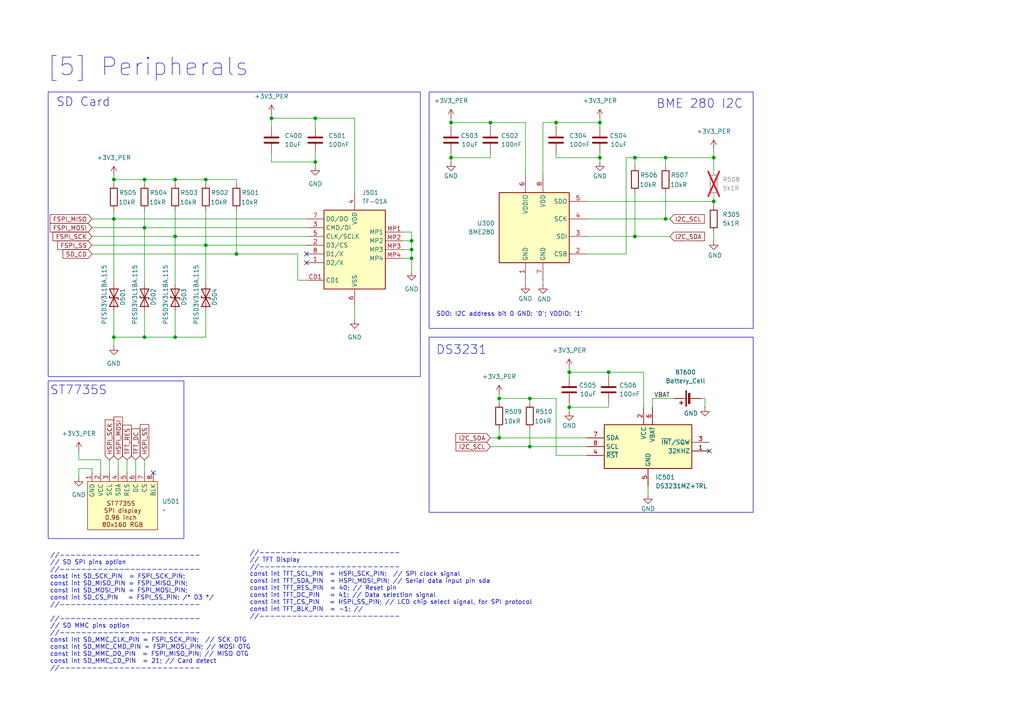
<source format=kicad_sch>
(kicad_sch (version 20250114) (generator "eeschema") (generator_version "9.0")
  (paper "A4")
  (lib_symbols
    (symbol "Device:Battery_Cell" (pin_numbers (hide yes)) (pin_names (offset 0) (hide yes))
      (property "Reference" "BT" (at 2.54 2.54 0))
      (property "Value" "Battery_Cell" (at 2.54 0 0))
      (symbol "Battery_Cell_0_1"
        (rectangle (start -2.286 1.778) (end 2.286 1.524) (fill (type outline)))
        (rectangle (start -1.524 1.016) (end 1.524 0.508) (fill (type outline)))
        (polyline (pts (xy 0 1.778) (xy 0 2.54)))
        (polyline (pts (xy 0 0.762) (xy 0 0)))
        (polyline (pts (xy 0.762 3.048) (xy 1.778 3.048)) (stroke (width 0.254)))
        (polyline (pts (xy 1.27 3.556) (xy 1.27 2.54)) (stroke (width 0.254)))
      )
      (symbol "Battery_Cell_1_1"
        (pin passive line (at 0 5.08 270) (length 2.54) (name "+") (number "1"))
        (pin passive line (at 0 -2.54 90) (length 2.54) (name "-") (number "2"))
      )
    )
    (symbol "Device:C" (pin_numbers (hide yes)) (pin_names (offset 0.254))
      (property "Reference" "C" (at 0.635 2.54 0))
      (property "Value" "C" (at 0.635 -2.54 0))
      (symbol "C_0_1"
        (polyline (pts (xy -2.032 0.762) (xy 2.032 0.762)) (stroke (width 0.508)))
        (polyline (pts (xy -2.032 -0.762) (xy 2.032 -0.762)) (stroke (width 0.508)))
      )
      (symbol "C_1_1"
        (pin passive line (at 0 3.81 270) (length 2.794) (name "~") (number "1"))
        (pin passive line (at 0 -3.81 90) (length 2.794) (name "~") (number "2"))
      )
    )
    (symbol "Device:D_TVS" (pin_numbers (hide yes)) (pin_names (offset 1.016) (hide yes))
      (property "Reference" "D" (at 0 2.54 0))
      (property "Value" "D_TVS" (at 0 -2.54 0))
      (symbol "D_TVS_0_1"
        (polyline (pts (xy -2.54 1.27) (xy -2.54 -1.27) (xy 2.54 1.27) (xy 2.54 -1.27) (xy -2.54 1.27)) (stroke (width 0.254)))
        (polyline (pts (xy 0.508 1.27) (xy 0 1.27) (xy 0 -1.27) (xy -0.508 -1.27)) (stroke (width 0.254)))
        (polyline (pts (xy 1.27 0) (xy -1.27 0)))
      )
      (symbol "D_TVS_1_1"
        (pin passive line (at -3.81 0 0) (length 2.54) (name "A1") (number "1"))
        (pin passive line (at 3.81 0 180) (length 2.54) (name "A2") (number "2"))
      )
    )
    (symbol "Device:R" (pin_numbers (hide yes)) (pin_names (offset 0))
      (property "Reference" "R" (at 2.032 0 90))
      (property "Value" "R" (at 0 0 90))
      (symbol "R_0_1"
        (rectangle (start -1.016 -2.54) (end 1.016 2.54) (stroke (width 0.254)))
      )
      (symbol "R_1_1"
        (pin passive line (at 0 3.81 270) (length 1.27) (name "~") (number "1"))
        (pin passive line (at 0 -3.81 90) (length 1.27) (name "~") (number "2"))
      )
    )
    (symbol "GND_1" (power) (pin_numbers (hide yes)) (pin_names (offset 0) (hide yes))
      (property "Value" "GND" (at 0 -3.81 0))
      (symbol "GND_1_0_1"
        (polyline (pts (xy 0 0) (xy 0 -1.27) (xy 1.27 -1.27) (xy 0 -2.54) (xy -1.27 -1.27) (xy 0 -1.27)))
      )
      (symbol "GND_1_1_1"
        (pin power_in line (at 0 0 270) (length 0) (name "~") (number "1"))
      )
    )
    (symbol "GND_2" (power) (pin_numbers (hide yes)) (pin_names (offset 0) (hide yes))
      (property "Value" "GND" (at 0 -3.81 0))
      (symbol "GND_2_0_1"
        (polyline (pts (xy 0 0) (xy 0 -1.27) (xy 1.27 -1.27) (xy 0 -2.54) (xy -1.27 -1.27) (xy 0 -1.27)))
      )
      (symbol "GND_2_1_1"
        (pin power_in line (at 0 0 270) (length 0) (name "~") (number "1"))
      )
    )
    (symbol "GND_3" (power) (pin_numbers (hide yes)) (pin_names (offset 0) (hide yes))
      (property "Value" "GND" (at 0 -3.81 0))
      (symbol "GND_3_0_1"
        (polyline (pts (xy 0 0) (xy 0 -1.27) (xy 1.27 -1.27) (xy 0 -2.54) (xy -1.27 -1.27) (xy 0 -1.27)))
      )
      (symbol "GND_3_1_1"
        (pin power_in line (at 0 0 270) (length 0) (name "~") (number "1"))
      )
    )
    (symbol "Sensor:BME280"
      (property "Reference" "U" (at -8.89 11.43 0))
      (property "Value" "BME280" (at 7.62 11.43 0))
      (symbol "BME280_0_1"
        (rectangle (start -10.16 10.16) (end 10.16 -10.16) (stroke (width 0.254)) (fill (type background)))
      )
      (symbol "BME280_1_1"
        (pin power_in line (at -2.54 15.24 270) (length 5.08) (name "VDDIO") (number "6"))
        (pin power_in line (at -2.54 -15.24 90) (length 5.08) (name "GND") (number "1"))
        (pin power_in line (at 2.54 15.24 270) (length 5.08) (name "VDD") (number "8"))
        (pin power_in line (at 2.54 -15.24 90) (length 5.08) (name "GND") (number "7"))
        (pin bidirectional line (at 15.24 7.62 180) (length 5.08) (name "SDO") (number "5"))
        (pin input line (at 15.24 2.54 180) (length 5.08) (name "SCK") (number "4"))
        (pin bidirectional line (at 15.24 -2.54 180) (length 5.08) (name "SDI") (number "3"))
        (pin input line (at 15.24 -7.62 180) (length 5.08) (name "CSB") (number "2"))
      )
    )
    (symbol "esp32_s3_weather_webserver:DS3231MZ+TRL"
      (property "Reference" "IC" (at 14.986 4.826 0))
      (property "Value" "DS3231MZ+TRL" (at 14.986 2.286 0))
      (symbol "DS3231MZ+TRL_1_1"
        (rectangle (start 0 0) (end 25.4 -12.7) (stroke (width 0.254)) (fill (type background)))
        (pin bidirectional line (at -5.08 -3.81 0) (length 5.08) (name "SDA") (number "7"))
        (pin input line (at -5.08 -6.35 0) (length 5.08) (name "SCL") (number "8"))
        (pin bidirectional line (at -5.08 -8.89 0) (length 5.08) (name "~{RST}") (number "4"))
        (pin power_in line (at 11.43 5.08 270) (length 5.08) (name "VCC") (number "2"))
        (pin power_in line (at 12.7 -17.78 90) (length 5.08) (name "GND") (number "5"))
        (pin power_in line (at 13.97 5.08 270) (length 5.08) (name "VBAT") (number "6"))
        (pin output line (at 30.48 -5.08 180) (length 5.08) (name "~{INT}/SQW") (number "3"))
        (pin output line (at 30.48 -7.62 180) (length 5.08) (name "32KHZ") (number "1"))
      )
    )
    (symbol "esp32_s3_weather_webserver:ST7735S"
      (property "Reference" "U" (at 21.336 1.016 0))
      (symbol "ST7735S_1_1"
        (rectangle (start 0 0) (end 20.32 -13.97) (fill (type background)))
        (text "ST7735S \nSPI display\n0.96 inch \n80x160 RGB" (at 10.16 -9.398 0) (effects (font (size 1.27 1.27))))
        (pin passive line (at 1.27 2.54 270) (length 2.54) (name "GND") (number "1"))
        (pin passive line (at 3.81 2.54 270) (length 2.54) (name "VCC") (number "2"))
        (pin input line (at 6.35 2.54 270) (length 2.54) (name "SCL") (number "3"))
        (pin input line (at 8.89 2.54 270) (length 2.54) (name "SDA") (number "4"))
        (pin input line (at 11.43 2.54 270) (length 2.54) (name "RES") (number "5"))
        (pin input line (at 13.97 2.54 270) (length 2.54) (name "DC") (number "6"))
        (pin input line (at 16.51 2.54 270) (length 2.54) (name "CS") (number "7"))
        (pin input line (at 19.05 2.54 270) (length 2.54) (name "BLK") (number "8"))
      )
    )
    (symbol "esp32_s3_weather_webserver:TF-01A"
      (property "Reference" "J" (at 11.684 5.334 0))
      (property "Value" "TF-01A" (at 11.684 2.794 0))
      (symbol "TF-01A_1_1"
        (rectangle (start 0 0) (end 17.78 -22.86) (stroke (width 0.254)) (fill (type background)))
        (pin passive line (at -5.08 -2.54 0) (length 5.08) (name "D0/DO") (number "7"))
        (pin passive line (at -5.08 -5.08 0) (length 5.08) (name "CMD/DI") (number "3"))
        (pin passive line (at -5.08 -7.62 0) (length 5.08) (name "CLK/SCLK") (number "5"))
        (pin passive line (at -5.08 -10.16 0) (length 5.08) (name "D3/CS") (number "2"))
        (pin passive line (at -5.08 -12.7 0) (length 5.08) (name "D1/X") (number "8"))
        (pin passive line (at -5.08 -15.24 0) (length 5.08) (name "D2/X") (number "1"))
        (pin passive line (at -5.08 -20.32 0) (length 5.08) (name "CD1") (number "CD1"))
        (pin passive line (at 8.89 5.08 270) (length 5.08) (name "VDD") (number "4"))
        (pin passive line (at 8.89 -27.94 90) (length 5.08) (name "VSS") (number "6"))
        (pin passive line (at 22.86 -6.35 180) (length 5.08) (name "MP1") (number "MP1"))
        (pin passive line (at 22.86 -8.89 180) (length 5.08) (name "MP2") (number "MP2"))
        (pin passive line (at 22.86 -11.43 180) (length 5.08) (name "MP3") (number "MP3"))
        (pin passive line (at 22.86 -13.97 180) (length 5.08) (name "MP4") (number "MP4"))
      )
    )
    (symbol "power:+3.3V" (power) (pin_numbers (hide yes)) (pin_names (offset 0) (hide yes))
      (property "Value" "+3.3V" (at 0 3.556 0))
      (symbol "+3.3V_0_1"
        (polyline (pts (xy -0.762 1.27) (xy 0 2.54)))
        (polyline (pts (xy 0 2.54) (xy 0.762 1.27)))
        (polyline (pts (xy 0 0) (xy 0 2.54)))
      )
      (symbol "+3.3V_1_1"
        (pin power_in line (at 0 0 90) (length 0) (name "~") (number "1"))
      )
    )
    (symbol "power:GND" (power) (pin_numbers (hide yes)) (pin_names (offset 0) (hide yes))
      (property "Value" "GND" (at 0 -3.81 0))
      (symbol "GND_0_1"
        (polyline (pts (xy 0 0) (xy 0 -1.27) (xy 1.27 -1.27) (xy 0 -2.54) (xy -1.27 -1.27) (xy 0 -1.27)))
      )
      (symbol "GND_1_1"
        (pin power_in line (at 0 0 270) (length 0) (name "~") (number "1"))
      )
    )
  )
  (rectangle (start 13.97 110.49) (end 53.34 156.21))
  (rectangle (start 13.97 26.67) (end 121.92 109.22))
  (rectangle (start 124.46 26.67) (end 218.44 95.25))
  (rectangle (start 124.46 97.79) (end 218.44 148.59))
  (text "DS3231" (at 133.858 101.6 0) (effects (font (size 2.54 2.54))))
  (text "SD Card" (at 16.256 29.718 0) (effects (font (size 2.54 2.54)) (justify left)))
  (text "[5] Peripherals" (at 42.926 19.558 0) (effects (font (size 5.08 5.08))))
  (text "//--------------------------\n// TFT Display\n//--------------------------\nconst int TFT_SCL_PIN  = HSPI_SCK_PIN;  // SPI clock signal\nconst int TFT_SDA_PIN  = HSPI_MOSI_PIN; // Serial data input pin sda\nconst int TFT_RES_PIN  = 40; // Reset pin\nconst int TFT_DC_PIN   = 41; // Data selection signal\nconst int TFT_CS_PIN   = HSPI_SS_PIN; // LCD chip select signal, for SPI protocol\nconst int TFT_BLK_PIN  = -1; //\n//--------------------------" (at 72.39 169.672 0) (effects (font (size 1.27 1.27)) (justify left)))
  (text "SDO: I2C address bit 0 GND: '0'; VDDIO: '1'" (at 147.828 91.186 0) (effects (font (size 1.27 1.27))))
  (text "//--------------------------\n// SD SPI pins option\n//--------------------------\nconst int SD_SCK_PIN  = FSPI_SCK_PIN;\nconst int SD_MISO_PIN = FSPI_MISO_PIN;\nconst int SD_MOSI_PIN = FSPI_MOSI_PIN;\nconst int SD_CS_PIN   = FSPI_SS_PIN; /* D3 */\n//--------------------------\n\n//--------------------------\n// SD MMC pins option\n//--------------------------\nconst int SD_MMC_CLK_PIN = FSPI_SCK_PIN;  // SCK OTG\nconst int SD_MMC_CMD_PIN = FSPI_MOSI_PIN; // MOSI OTG\nconst int SD_MMC_D0_PIN  = FSPI_MISO_PIN; // MISO OTG\nconst int SD_MMC_CD_PIN  = 21; // Card detect\n//--------------------------" (at 14.478 177.546 0) (effects (font (size 1.27 1.27)) (justify left)))
  (text "BME 280 I2C" (at 202.946 30.226 0) (effects (font (size 2.54 2.54))))
  (text "ST7735S" (at 14.478 113.284 0) (effects (font (size 2.54 2.54)) (justify left)))
  (junction (at 119.38 72.39))
  (junction (at 78.74 34.29))
  (junction (at 91.44 46.99))
  (junction (at 59.69 71.12))
  (junction (at 50.8 52.07))
  (junction (at 207.01 45.72))
  (junction (at 41.91 66.04))
  (junction (at 41.91 97.79))
  (junction (at 193.04 45.72))
  (junction (at 130.81 45.72))
  (junction (at 207.01 58.42))
  (junction (at 144.78 115.57))
  (junction (at 68.58 73.66))
  (junction (at 91.44 34.29))
  (junction (at 142.24 35.56))
  (junction (at 165.1 118.11))
  (junction (at 33.02 63.5))
  (junction (at 130.81 35.56))
  (junction (at 184.15 68.58))
  (junction (at 59.69 52.07))
  (junction (at 173.99 45.72))
  (junction (at 119.38 74.93))
  (junction (at 50.8 97.79))
  (junction (at 153.67 115.57))
  (junction (at 193.04 63.5))
  (junction (at 161.29 35.56))
  (junction (at 119.38 69.85))
  (junction (at 50.8 68.58))
  (junction (at 165.1 107.95))
  (junction (at 176.53 107.95))
  (junction (at 173.99 35.56))
  (junction (at 153.67 129.54))
  (junction (at 33.02 52.07))
  (junction (at 41.91 52.07))
  (junction (at 33.02 97.79))
  (junction (at 144.78 127))
  (junction (at 184.15 45.72))
  (no_connect (at 44.45 137.16))
  (no_connect (at 88.9 76.2))
  (no_connect (at 88.9 73.66))
  (no_connect (at 205.74 130.81))
  (wire (pts (xy 144.78 115.57) (xy 144.78 116.84)))
  (wire (pts (xy 26.67 137.16) (xy 26.67 135.89)))
  (wire (pts (xy 26.67 68.58) (xy 50.8 68.58)))
  (wire (pts (xy 119.38 67.31) (xy 119.38 69.85)))
  (wire (pts (xy 119.38 69.85) (xy 119.38 72.39)))
  (wire (pts (xy 161.29 132.08) (xy 161.29 115.57)))
  (wire (pts (xy 91.44 46.99) (xy 91.44 48.26)))
  (wire (pts (xy 181.61 45.72) (xy 184.15 45.72)))
  (wire (pts (xy 152.4 35.56) (xy 152.4 50.8)))
  (wire (pts (xy 33.02 97.79) (xy 33.02 100.33)))
  (wire (pts (xy 78.74 34.29) (xy 78.74 36.83)))
  (wire (pts (xy 41.91 66.04) (xy 41.91 82.55)))
  (wire (pts (xy 78.74 34.29) (xy 91.44 34.29)))
  (wire (pts (xy 161.29 35.56) (xy 157.48 35.56)))
  (wire (pts (xy 26.67 135.89) (xy 22.86 135.89)))
  (wire (pts (xy 165.1 116.84) (xy 165.1 118.11)))
  (wire (pts (xy 41.91 133.35) (xy 41.91 137.16)))
  (wire (pts (xy 33.02 52.07) (xy 33.02 53.34)))
  (wire (pts (xy 116.84 67.31) (xy 119.38 67.31)))
  (wire (pts (xy 119.38 74.93) (xy 119.38 78.74)))
  (wire (pts (xy 207.01 58.42) (xy 207.01 57.15)))
  (wire (pts (xy 22.86 130.81) (xy 22.86 133.35)))
  (wire (pts (xy 33.02 60.96) (xy 33.02 63.5)))
  (wire (pts (xy 204.47 115.57) (xy 203.2 115.57)))
  (wire (pts (xy 68.58 73.66) (xy 86.36 73.66)))
  (wire (pts (xy 86.36 81.28) (xy 86.36 73.66)))
  (wire (pts (xy 193.04 45.72) (xy 207.01 45.72)))
  (wire (pts (xy 142.24 129.54) (xy 153.67 129.54)))
  (wire (pts (xy 130.81 34.29) (xy 130.81 35.56)))
  (wire (pts (xy 78.74 46.99) (xy 91.44 46.99)))
  (wire (pts (xy 41.91 90.17) (xy 41.91 97.79)))
  (wire (pts (xy 41.91 97.79) (xy 33.02 97.79)))
  (wire (pts (xy 59.69 71.12) (xy 88.9 71.12)))
  (wire (pts (xy 26.67 63.5) (xy 33.02 63.5)))
  (wire (pts (xy 116.84 69.85) (xy 119.38 69.85)))
  (wire (pts (xy 59.69 90.17) (xy 59.69 97.79)))
  (wire (pts (xy 173.99 34.29) (xy 173.99 35.56)))
  (wire (pts (xy 193.04 45.72) (xy 193.04 48.26)))
  (wire (pts (xy 50.8 97.79) (xy 41.91 97.79)))
  (wire (pts (xy 161.29 115.57) (xy 153.67 115.57)))
  (wire (pts (xy 165.1 118.11) (xy 165.1 119.38)))
  (wire (pts (xy 50.8 90.17) (xy 50.8 97.79)))
  (wire (pts (xy 33.02 52.07) (xy 41.91 52.07)))
  (wire (pts (xy 161.29 35.56) (xy 161.29 36.83)))
  (wire (pts (xy 144.78 127) (xy 170.18 127)))
  (wire (pts (xy 50.8 68.58) (xy 88.9 68.58)))
  (wire (pts (xy 187.96 140.97) (xy 187.96 143.51)))
  (wire (pts (xy 173.99 44.45) (xy 173.99 45.72)))
  (wire (pts (xy 176.53 107.95) (xy 176.53 109.22)))
  (wire (pts (xy 170.18 58.42) (xy 207.01 58.42)))
  (wire (pts (xy 91.44 34.29) (xy 91.44 36.83)))
  (wire (pts (xy 207.01 58.42) (xy 207.01 59.69)))
  (wire (pts (xy 144.78 115.57) (xy 153.67 115.57)))
  (wire (pts (xy 59.69 52.07) (xy 59.69 53.34)))
  (wire (pts (xy 41.91 66.04) (xy 88.9 66.04)))
  (wire (pts (xy 193.04 63.5) (xy 194.31 63.5)))
  (wire (pts (xy 130.81 45.72) (xy 142.24 45.72)))
  (wire (pts (xy 157.48 35.56) (xy 157.48 50.8)))
  (wire (pts (xy 102.87 88.9) (xy 102.87 92.71)))
  (wire (pts (xy 50.8 52.07) (xy 50.8 53.34)))
  (wire (pts (xy 31.75 133.35) (xy 31.75 137.16)))
  (wire (pts (xy 189.23 115.57) (xy 189.23 118.11)))
  (wire (pts (xy 26.67 66.04) (xy 41.91 66.04)))
  (wire (pts (xy 33.02 63.5) (xy 88.9 63.5)))
  (wire (pts (xy 184.15 55.88) (xy 184.15 68.58)))
  (wire (pts (xy 207.01 43.18) (xy 207.01 45.72)))
  (wire (pts (xy 50.8 60.96) (xy 50.8 68.58)))
  (wire (pts (xy 173.99 45.72) (xy 161.29 45.72)))
  (wire (pts (xy 157.48 81.28) (xy 157.48 82.55)))
  (wire (pts (xy 176.53 118.11) (xy 176.53 116.84)))
  (wire (pts (xy 144.78 114.3) (xy 144.78 115.57)))
  (wire (pts (xy 184.15 68.58) (xy 194.31 68.58)))
  (wire (pts (xy 130.81 35.56) (xy 142.24 35.56)))
  (wire (pts (xy 153.67 124.46) (xy 153.67 129.54)))
  (wire (pts (xy 91.44 34.29) (xy 102.87 34.29)))
  (wire (pts (xy 36.83 133.35) (xy 36.83 137.16)))
  (wire (pts (xy 181.61 73.66) (xy 170.18 73.66)))
  (wire (pts (xy 170.18 132.08) (xy 161.29 132.08)))
  (wire (pts (xy 119.38 72.39) (xy 119.38 74.93)))
  (wire (pts (xy 173.99 35.56) (xy 173.99 36.83)))
  (wire (pts (xy 161.29 45.72) (xy 161.29 44.45)))
  (wire (pts (xy 26.67 73.66) (xy 68.58 73.66)))
  (wire (pts (xy 59.69 52.07) (xy 68.58 52.07)))
  (wire (pts (xy 153.67 116.84) (xy 153.67 115.57)))
  (wire (pts (xy 144.78 124.46) (xy 144.78 127)))
  (wire (pts (xy 102.87 34.29) (xy 102.87 55.88)))
  (wire (pts (xy 181.61 45.72) (xy 181.61 73.66)))
  (wire (pts (xy 165.1 118.11) (xy 176.53 118.11)))
  (wire (pts (xy 165.1 107.95) (xy 165.1 109.22)))
  (wire (pts (xy 68.58 52.07) (xy 68.58 53.34)))
  (wire (pts (xy 78.74 44.45) (xy 78.74 46.99)))
  (wire (pts (xy 207.01 67.31) (xy 207.01 69.85)))
  (wire (pts (xy 29.21 133.35) (xy 29.21 137.16)))
  (wire (pts (xy 68.58 60.96) (xy 68.58 73.66)))
  (wire (pts (xy 204.47 115.57) (xy 204.47 118.11)))
  (wire (pts (xy 176.53 107.95) (xy 186.69 107.95)))
  (wire (pts (xy 22.86 135.89) (xy 22.86 138.43)))
  (wire (pts (xy 153.67 129.54) (xy 170.18 129.54)))
  (wire (pts (xy 50.8 68.58) (xy 50.8 82.55)))
  (wire (pts (xy 161.29 35.56) (xy 173.99 35.56)))
  (wire (pts (xy 59.69 60.96) (xy 59.69 71.12)))
  (wire (pts (xy 22.86 133.35) (xy 29.21 133.35)))
  (wire (pts (xy 39.37 133.35) (xy 39.37 137.16)))
  (wire (pts (xy 41.91 52.07) (xy 41.91 53.34)))
  (wire (pts (xy 116.84 74.93) (xy 119.38 74.93)))
  (wire (pts (xy 41.91 52.07) (xy 50.8 52.07)))
  (wire (pts (xy 165.1 107.95) (xy 176.53 107.95)))
  (wire (pts (xy 86.36 81.28) (xy 88.9 81.28)))
  (wire (pts (xy 41.91 60.96) (xy 41.91 66.04)))
  (wire (pts (xy 26.67 71.12) (xy 59.69 71.12)))
  (wire (pts (xy 130.81 35.56) (xy 130.81 36.83)))
  (wire (pts (xy 184.15 45.72) (xy 193.04 45.72)))
  (wire (pts (xy 130.81 45.72) (xy 130.81 46.99)))
  (wire (pts (xy 207.01 45.72) (xy 207.01 49.53)))
  (wire (pts (xy 152.4 81.28) (xy 152.4 82.55)))
  (wire (pts (xy 34.29 133.35) (xy 34.29 137.16)))
  (wire (pts (xy 193.04 55.88) (xy 193.04 63.5)))
  (wire (pts (xy 33.02 90.17) (xy 33.02 97.79)))
  (wire (pts (xy 165.1 106.68) (xy 165.1 107.95)))
  (wire (pts (xy 170.18 63.5) (xy 193.04 63.5)))
  (wire (pts (xy 33.02 50.8) (xy 33.02 52.07)))
  (wire (pts (xy 50.8 52.07) (xy 59.69 52.07)))
  (wire (pts (xy 184.15 45.72) (xy 184.15 48.26)))
  (wire (pts (xy 142.24 45.72) (xy 142.24 44.45)))
  (wire (pts (xy 33.02 63.5) (xy 33.02 82.55)))
  (wire (pts (xy 130.81 44.45) (xy 130.81 45.72)))
  (wire (pts (xy 59.69 97.79) (xy 50.8 97.79)))
  (wire (pts (xy 170.18 68.58) (xy 184.15 68.58)))
  (wire (pts (xy 142.24 35.56) (xy 152.4 35.56)))
  (wire (pts (xy 116.84 72.39) (xy 119.38 72.39)))
  (wire (pts (xy 142.24 127) (xy 144.78 127)))
  (wire (pts (xy 186.69 107.95) (xy 186.69 118.11)))
  (wire (pts (xy 189.23 115.57) (xy 195.58 115.57)))
  (wire (pts (xy 91.44 46.99) (xy 91.44 44.45)))
  (wire (pts (xy 142.24 35.56) (xy 142.24 36.83)))
  (wire (pts (xy 59.69 71.12) (xy 59.69 82.55)))
  (wire (pts (xy 173.99 45.72) (xy 173.99 46.99)))
  (wire (pts (xy 78.74 33.02) (xy 78.74 34.29)))
  (label "VBAT" (at 194.31 115.57 180))
  (global_label "TFT_RES" (shape input) (at 36.83 133.35 90) (property "Intersheetrefs" "${INTERSHEET_REFS}" (effects (hide yes))))
  (global_label "SD_CD" (shape input) (at 26.67 73.66 180) (property "Intersheetrefs" "${INTERSHEET_REFS}" (effects (hide yes))))
  (global_label "I2C_SDA" (shape input) (at 194.31 68.58 0) (property "Intersheetrefs" "${INTERSHEET_REFS}" (effects (hide yes))))
  (global_label "HSPI_SS" (shape input) (at 41.91 133.35 90) (property "Intersheetrefs" "${INTERSHEET_REFS}" (effects (hide yes))))
  (global_label "FSPI_SS" (shape input) (at 26.67 71.12 180) (property "Intersheetrefs" "${INTERSHEET_REFS}" (effects (hide yes))))
  (global_label "FSPI_MISO" (shape input) (at 26.67 63.5 180) (property "Intersheetrefs" "${INTERSHEET_REFS}" (effects (hide yes))))
  (global_label "I2C_SDA" (shape input) (at 142.24 127 180) (property "Intersheetrefs" "${INTERSHEET_REFS}" (effects (hide yes))))
  (global_label "HSPI_SCK" (shape input) (at 31.75 133.35 90) (property "Intersheetrefs" "${INTERSHEET_REFS}" (effects (hide yes))))
  (global_label "HSPI_MOSI" (shape input) (at 34.29 133.35 90) (property "Intersheetrefs" "${INTERSHEET_REFS}" (effects (hide yes))))
  (global_label "FSPI_MOSI" (shape input) (at 26.67 66.04 180) (property "Intersheetrefs" "${INTERSHEET_REFS}" (effects (hide yes))))
  (global_label "I2C_SCL" (shape input) (at 142.24 129.54 180) (property "Intersheetrefs" "${INTERSHEET_REFS}" (effects (hide yes))))
  (global_label "TFT_DC" (shape input) (at 39.37 133.35 90) (property "Intersheetrefs" "${INTERSHEET_REFS}" (effects (hide yes))))
  (global_label "FSPI_SCK" (shape input) (at 26.67 68.58 180) (property "Intersheetrefs" "${INTERSHEET_REFS}" (effects (hide yes))))
  (global_label "I2C_SCL" (shape input) (at 194.31 63.5 0) (property "Intersheetrefs" "${INTERSHEET_REFS}" (effects (hide yes))))
  (symbol (lib_name "GND_1") (lib_id "power:GND") (at 91.44 48.26 0) (unit 1)
    (property "Reference" "#PWR037" (effects (hide yes)))
    (property "Value" "GND" (at 91.44 53.34 0))
    (property "Description" "Power symbol creates a global label with name \"GND\" , ground" (effects (hide yes)))
  )
  (symbol (lib_id "Device:C") (at 142.24 40.64 0) (unit 1)
    (property "Reference" "C502" (at 145.288 39.37 0) (effects (justify left)))
    (property "Value" "100nF" (at 145.288 41.91 0) (effects (justify left)))
    (property "Footprint" "Capacitor_SMD:C_0603_1608Metric" (effects (hide yes)))
    (property "Description" "Unpolarized capacitor" (effects (hide yes)))
    (property "Manufacturer" "Samsung Electro-Mechanics" (effects (hide yes)))
    (property "Manufacturer Product Number" "CL21A106KOQNNNE" (effects (hide yes)))
    (property "Manufacturer Part Number" "CL10B104KB8NNNC" (effects (hide yes)))
  )
  (symbol (lib_id "power:GND") (at 33.02 100.33 0) (unit 1)
    (property "Reference" "#PWR0504" (effects (hide yes)))
    (property "Value" "GND" (at 33.02 105.41 0))
    (property "Description" "Power symbol creates a global label with name \"GND\" , ground" (effects (hide yes)))
  )
  (symbol (lib_id "Device:R") (at 68.58 57.15 180) (unit 1)
    (property "Reference" "R501" (at 72.644 55.88 0))
    (property "Value" "10kR" (at 72.39 58.674 0))
    (property "Footprint" "Resistor_SMD:R_0805_2012Metric" (effects (hide yes)))
    (property "Description" "Resistor" (effects (hide yes)))
    (property "Manufacturer" "UNI-ROYAL(Uniroyal Elec)" (effects (hide yes)))
    (property "Manufacturer Part Number" "0805W8F1002T5E" (effects (hide yes)))
  )
  (symbol (lib_id "esp32_s3_weather_webserver:TF-01A") (at 93.98 60.96 0) (unit 1)
    (property "Reference" "J501" (at 105.0133 55.88 0) (effects (justify left)))
    (property "Value" "TF-01A" (at 105.0133 58.42 0) (effects (justify left)))
    (property "Footprint" "esp32_s3_weather_webserver:TF01A" (effects (hide yes)))
    (property "Datasheet" "https://datasheet.lcsc.com/szlcsc/1903221101_Korean-Hroparts-Elec-TF-01A_C91145.pdf" (effects (hide yes)))
    (property "Description" "Connector - Card Sockets 8 1.1mm SMD RoHS" (effects (hide yes)))
    (property "Height" "1.85" (effects (hide yes)))
    (property "Manufacturer_Name" "Korean Hroparts Elec" (effects (hide yes)))
    (property "Manufacturer_Part_Number" "TF-01A" (effects (hide yes)))
  )
  (symbol (lib_id "power:+3.3V") (at 165.1 106.68 0) (unit 1)
    (property "Reference" "#PWR0516" (effects (hide yes)))
    (property "Value" "+3V3_PER" (at 165.1 101.6 0))
    (property "Description" "Power symbol creates a global label with name \"+3.3V\"" (effects (hide yes)))
  )
  (symbol (lib_id "power:+3.3V") (at 78.74 33.02 0) (unit 1)
    (property "Reference" "#PWR0501" (effects (hide yes)))
    (property "Value" "+3V3_PER" (at 78.74 27.94 0))
    (property "Description" "Power symbol creates a global label with name \"+3.3V\"" (effects (hide yes)))
  )
  (symbol (lib_id "Device:R") (at 207.01 53.34 0) (unit 1) (dnp yes)
    (property "Reference" "R508" (at 209.55 52.0699 0) (effects (justify left)))
    (property "Value" "5k1R" (at 209.55 54.6099 0) (effects (justify left)))
    (property "Footprint" "Resistor_SMD:R_0805_2012Metric" (effects (hide yes)))
    (property "Description" "Resistor" (effects (hide yes)))
    (property "Manufacturer" "UNI-ROYAL(Uniroyal Elec) " (effects (hide yes)))
    (property "Manufacturer Product Number" "0805W8F1002T5E" (effects (hide yes)))
    (property "Manufacturer Part Number" "0805W8F5101T5E" (effects (hide yes)))
  )
  (symbol (lib_id "power:GND") (at 187.96 143.51 0) (unit 1)
    (property "Reference" "#PWR0515" (effects (hide yes)))
    (property "Value" "GND" (at 187.96 147.574 0))
    (property "Description" "Power symbol creates a global label with name \"GND\" , ground" (effects (hide yes)))
  )
  (symbol (lib_id "Device:C") (at 176.53 113.03 0) (unit 1)
    (property "Reference" "C506" (at 179.578 111.76 0) (effects (justify left)))
    (property "Value" "100nF" (at 179.578 114.3 0) (effects (justify left)))
    (property "Footprint" "Capacitor_SMD:C_0603_1608Metric" (effects (hide yes)))
    (property "Description" "Unpolarized capacitor" (effects (hide yes)))
    (property "Manufacturer" "Samsung Electro-Mechanics" (effects (hide yes)))
    (property "Manufacturer Product Number" "CL21A106KOQNNNE" (effects (hide yes)))
    (property "Manufacturer Part Number" "CL10B104KB8NNNC" (effects (hide yes)))
  )
  (symbol (lib_id "Device:R") (at 184.15 52.07 180) (unit 1)
    (property "Reference" "R506" (at 188.214 50.8 0))
    (property "Value" "10kR" (at 187.96 53.594 0))
    (property "Footprint" "Resistor_SMD:R_0805_2012Metric" (effects (hide yes)))
    (property "Description" "Resistor" (effects (hide yes)))
    (property "Manufacturer" "UNI-ROYAL(Uniroyal Elec)" (effects (hide yes)))
    (property "Manufacturer Part Number" "0805W8F1002T5E" (effects (hide yes)))
  )
  (symbol (lib_id "power:GND") (at 207.01 69.85 0) (unit 1)
    (property "Reference" "#PWR0510" (effects (hide yes)))
    (property "Value" "GND" (at 207.3646 74.0735 0))
    (property "Description" "Power symbol creates a global label with name \"GND\" , ground" (effects (hide yes)))
  )
  (symbol (lib_id "Device:D_TVS") (at 33.02 86.36 270) (unit 1)
    (property "Reference" "D501" (at 35.56 83.566 0) (effects (justify left)))
    (property "Value" "PESD3V3L1BA,115" (at 30.226 76.708 0) (effects (justify left)))
    (property "Footprint" "Diode_SMD:D_SOD-323" (effects (hide yes)))
    (property "Manufacturer" "Nexperia" (effects (hide yes)))
    (property "Manufacturer Part Number" "PESD3V3L1BA,115" (effects (hide yes)))
  )
  (symbol (lib_id "power:+3.3V") (at 144.78 114.3 0) (unit 1)
    (property "Reference" "#PWR0518" (effects (hide yes)))
    (property "Value" "+3V3_PER" (at 144.78 109.22 0))
    (property "Description" "Power symbol creates a global label with name \"+3.3V\"" (effects (hide yes)))
  )
  (symbol (lib_id "Device:R") (at 144.78 120.65 180) (unit 1)
    (property "Reference" "R509" (at 148.844 119.38 0))
    (property "Value" "10kR" (at 148.59 122.174 0))
    (property "Footprint" "Resistor_SMD:R_0805_2012Metric" (effects (hide yes)))
    (property "Description" "Resistor" (effects (hide yes)))
    (property "Manufacturer" "UNI-ROYAL(Uniroyal Elec)" (effects (hide yes)))
    (property "Manufacturer Part Number" "0805W8F1002T5E" (effects (hide yes)))
  )
  (symbol (lib_name "GND_3") (lib_id "power:GND") (at 102.87 92.71 0) (unit 1)
    (property "Reference" "#PWR0503" (effects (hide yes)))
    (property "Value" "GND" (at 102.87 97.79 0))
    (property "Description" "Power symbol creates a global label with name \"GND\" , ground" (effects (hide yes)))
  )
  (symbol (lib_id "power:+3.3V") (at 33.02 50.8 0) (unit 1)
    (property "Reference" "#PWR0505" (effects (hide yes)))
    (property "Value" "+3V3_PER" (at 33.02 45.72 0))
    (property "Description" "Power symbol creates a global label with name \"+3.3V\"" (effects (hide yes)))
  )
  (symbol (lib_id "Device:R") (at 59.69 57.15 180) (unit 1)
    (property "Reference" "R502" (at 63.754 55.88 0))
    (property "Value" "10kR" (at 63.5 58.674 0))
    (property "Footprint" "Resistor_SMD:R_0805_2012Metric" (effects (hide yes)))
    (property "Description" "Resistor" (effects (hide yes)))
    (property "Manufacturer" "UNI-ROYAL(Uniroyal Elec)" (effects (hide yes)))
    (property "Manufacturer Part Number" "0805W8F1002T5E" (effects (hide yes)))
  )
  (symbol (lib_id "power:GND") (at 173.99 46.99 0) (unit 1)
    (property "Reference" "#PWR043" (effects (hide yes)))
    (property "Value" "GND" (at 173.99 51.054 0))
    (property "Description" "Power symbol creates a global label with name \"GND\" , ground" (effects (hide yes)))
  )
  (symbol (lib_id "power:+3.3V") (at 130.81 34.29 0) (unit 1)
    (property "Reference" "#PWR0513" (effects (hide yes)))
    (property "Value" "+3V3_PER" (at 130.81 29.21 0))
    (property "Description" "Power symbol creates a global label with name \"+3.3V\"" (effects (hide yes)))
  )
  (symbol (lib_id "Device:C") (at 130.81 40.64 0) (unit 1)
    (property "Reference" "C503" (at 133.604 39.37 0) (effects (justify left)))
    (property "Value" "10uF" (at 133.858 41.91 0) (effects (justify left)))
    (property "Footprint" "Capacitor_SMD:C_0603_1608Metric" (effects (hide yes)))
    (property "Description" "Unpolarized capacitor" (effects (hide yes)))
    (property "Manufacturer" "Samsung Electro-Mechanics" (effects (hide yes)))
    (property "Manufacturer Part Number" "CL10A106KP8NNNC" (effects (hide yes)))
  )
  (symbol (lib_id "Device:R") (at 50.8 57.15 180) (unit 1)
    (property "Reference" "R503" (at 54.864 55.88 0))
    (property "Value" "10kR" (at 54.61 58.674 0))
    (property "Footprint" "Resistor_SMD:R_0805_2012Metric" (effects (hide yes)))
    (property "Description" "Resistor" (effects (hide yes)))
    (property "Manufacturer" "UNI-ROYAL(Uniroyal Elec)" (effects (hide yes)))
    (property "Manufacturer Part Number" "0805W8F1002T5E" (effects (hide yes)))
  )
  (symbol (lib_name "GND_1") (lib_id "power:GND") (at 22.86 138.43 0) (unit 1)
    (property "Reference" "#PWR0506" (effects (hide yes)))
    (property "Value" "GND" (at 22.86 143.51 0))
    (property "Description" "Power symbol creates a global label with name \"GND\" , ground" (effects (hide yes)))
  )
  (symbol (lib_id "Device:R") (at 33.02 57.15 180) (unit 1)
    (property "Reference" "R505" (at 37.084 55.88 0))
    (property "Value" "10kR" (at 36.83 58.674 0))
    (property "Footprint" "Resistor_SMD:R_0805_2012Metric" (effects (hide yes)))
    (property "Description" "Resistor" (effects (hide yes)))
    (property "Manufacturer" "UNI-ROYAL(Uniroyal Elec)" (effects (hide yes)))
    (property "Manufacturer Part Number" "0805W8F1002T5E" (effects (hide yes)))
  )
  (symbol (lib_id "Device:Battery_Cell") (at 200.66 115.57 90) (mirror x) (unit 1)
    (property "Reference" "BT600" (at 198.8185 107.95 90))
    (property "Value" "Battery_Cell" (at 198.8185 110.49 90))
    (property "Footprint" "esp32_s3_weather_webserver:CR12202" (effects (hide yes)))
    (property "Description" "Single-cell battery" (effects (hide yes)))
    (property "Manufacturer" "Q&J" (effects (hide yes)))
    (property "Manufacturer Part Number" "CR1220-2" (effects (hide yes)))
  )
  (symbol (lib_id "power:GND") (at 204.47 118.11 0) (mirror y) (unit 1)
    (property "Reference" "#PWR040" (effects (hide yes)))
    (property "Value" "GND" (at 200.406 119.888 0))
    (property "Description" "Power symbol creates a global label with name \"GND\" , ground" (effects (hide yes)))
  )
  (symbol (lib_id "power:GND") (at 152.4 82.55 0) (unit 1)
    (property "Reference" "#PWR0511" (effects (hide yes)))
    (property "Value" "GND" (at 152.4 86.614 0))
    (property "Description" "Power symbol creates a global label with name \"GND\" , ground" (effects (hide yes)))
  )
  (symbol (lib_id "power:GND") (at 157.48 82.55 0) (unit 1)
    (property "Reference" "#PWR0512" (effects (hide yes)))
    (property "Value" "GND" (at 157.8346 86.7735 0))
    (property "Description" "Power symbol creates a global label with name \"GND\" , ground" (effects (hide yes)))
  )
  (symbol (lib_id "esp32_s3_weather_webserver:ST7735S") (at 25.4 139.7 0) (unit 1)
    (property "Reference" "U501" (at 46.99 145.4149 0) (effects (justify left)))
    (property "Value" "~" (at 46.99 147.9549 0) (effects (justify left)))
  )
  (symbol (lib_name "GND_2") (lib_id "power:GND") (at 119.38 78.74 0) (unit 1)
    (property "Reference" "#PWR0502" (effects (hide yes)))
    (property "Value" "GND" (at 119.38 83.82 0))
    (property "Description" "Power symbol creates a global label with name \"GND\" , ground" (effects (hide yes)))
  )
  (symbol (lib_id "Device:D_TVS") (at 50.8 86.36 270) (unit 1)
    (property "Reference" "D503" (at 53.34 83.566 0) (effects (justify left)))
    (property "Value" "PESD3V3L1BA,115" (at 48.006 76.708 0) (effects (justify left)))
    (property "Footprint" "Diode_SMD:D_SOD-323" (effects (hide yes)))
    (property "Manufacturer" "Nexperia" (effects (hide yes)))
    (property "Manufacturer Part Number" "PESD3V3L1BA,115" (effects (hide yes)))
  )
  (symbol (lib_id "power:+3.3V") (at 22.86 130.81 0) (unit 1)
    (property "Reference" "#PWR0507" (effects (hide yes)))
    (property "Value" "+3V3_PER" (at 22.86 125.73 0))
    (property "Description" "Power symbol creates a global label with name \"+3.3V\"" (effects (hide yes)))
  )
  (symbol (lib_id "Device:C") (at 165.1 113.03 0) (unit 1)
    (property "Reference" "C505" (at 167.894 111.76 0) (effects (justify left)))
    (property "Value" "10uF" (at 168.148 114.3 0) (effects (justify left)))
    (property "Footprint" "Capacitor_SMD:C_0603_1608Metric" (effects (hide yes)))
    (property "Description" "Unpolarized capacitor" (effects (hide yes)))
    (property "Manufacturer" "Samsung Electro-Mechanics" (effects (hide yes)))
    (property "Manufacturer Part Number" "CL10A106KP8NNNC" (effects (hide yes)))
  )
  (symbol (lib_id "power:+3.3V") (at 173.99 34.29 0) (unit 1)
    (property "Reference" "#PWR0508" (effects (hide yes)))
    (property "Value" "+3V3_PER" (at 173.99 29.21 0))
    (property "Description" "Power symbol creates a global label with name \"+3.3V\"" (effects (hide yes)))
  )
  (symbol (lib_id "Device:D_TVS") (at 59.69 86.36 270) (unit 1)
    (property "Reference" "D504" (at 62.23 83.566 0) (effects (justify left)))
    (property "Value" "PESD3V3L1BA,115" (at 56.896 76.708 0) (effects (justify left)))
    (property "Footprint" "Diode_SMD:D_SOD-323" (effects (hide yes)))
    (property "Manufacturer" "Nexperia" (effects (hide yes)))
    (property "Manufacturer Part Number" "PESD3V3L1BA,115" (effects (hide yes)))
  )
  (symbol (lib_id "power:GND") (at 130.81 46.99 0) (unit 1)
    (property "Reference" "#PWR0509" (effects (hide yes)))
    (property "Value" "GND" (at 130.81 51.054 0))
    (property "Description" "Power symbol creates a global label with name \"GND\" , ground" (effects (hide yes)))
  )
  (symbol (lib_id "Device:R") (at 153.67 120.65 180) (unit 1)
    (property "Reference" "R510" (at 157.734 119.38 0))
    (property "Value" "10kR" (at 157.48 122.174 0))
    (property "Footprint" "Resistor_SMD:R_0805_2012Metric" (effects (hide yes)))
    (property "Description" "Resistor" (effects (hide yes)))
    (property "Manufacturer" "UNI-ROYAL(Uniroyal Elec)" (effects (hide yes)))
    (property "Manufacturer Part Number" "0805W8F1002T5E" (effects (hide yes)))
  )
  (symbol (lib_id "Device:R") (at 207.01 63.5 0) (unit 1)
    (property "Reference" "R305" (at 209.55 62.2299 0) (effects (justify left)))
    (property "Value" "5k1R" (at 209.55 64.7699 0) (effects (justify left)))
    (property "Footprint" "Resistor_SMD:R_0805_2012Metric" (effects (hide yes)))
    (property "Description" "Resistor" (effects (hide yes)))
    (property "Manufacturer" "UNI-ROYAL(Uniroyal Elec) " (effects (hide yes)))
    (property "Manufacturer Product Number" "0805W8F1002T5E" (effects (hide yes)))
    (property "Manufacturer Part Number" "0805W8F5101T5E" (effects (hide yes)))
  )
  (symbol (lib_id "esp32_s3_weather_webserver:DS3231MZ+TRL") (at 175.26 123.19 0) (unit 1)
    (property "Reference" "IC501" (at 190.1033 138.43 0) (effects (justify left)))
    (property "Value" "DS3231MZ+TRL" (at 190.1033 140.97 0) (effects (justify left)))
    (property "Footprint" "esp32_s3_weather_webserver:SOIC127P600X175-8N" (effects (hide yes)))
    (property "Datasheet" "https://datasheet.lcsc.com/szlcsc/Maxim-Integrated-DS3231MZ_C107410.pdf" (effects (hide yes)))
    (property "Description" "Real-time Clocks Clock/Calendar I2C, 2-Wire Serial 130uA ~ 200uA @ 3.63V ~ 5.5V SOIC-8_150mil RoHS" (effects (hide yes)))
    (property "Height" "1.75" (effects (hide yes)))
    (property "Manufacturer_Name" "Analog Devices" (effects (hide yes)))
    (property "Manufacturer_Part_Number" "DS3231MZ+TRL" (effects (hide yes)))
    (property "Mouser Part Number" "700-DS3231MZ+TRL" (effects (hide yes)))
    (property "Mouser Price/Stock" "https://www.mouser.co.uk/ProductDetail/Analog-Devices-Maxim-Integrated/DS3231MZ%2bTRL?qs=4Rc5iGDDRGgh%2Fh2%252BvSsz9A%3D%3D" (effects (hide yes)))
    (property "Arrow Part Number" "DS3231MZ+TRL" (effects (hide yes)))
    (property "Arrow Price/Stock" "https://www.arrow.com/en/products/ds3231mztrl/analog-devices?utm_currency=USD&region=asia" (effects (hide yes)))
  )
  (symbol (lib_id "Sensor:BME280") (at 154.94 66.04 0) (unit 1)
    (property "Reference" "U300" (at 143.51 64.7699 0) (effects (justify right)))
    (property "Value" "BME280" (at 143.51 67.3099 0) (effects (justify right)))
    (property "Footprint" "Package_LGA:Bosch_LGA-8_2.5x2.5mm_P0.65mm_ClockwisePinNumbering" (effects (hide yes)))
    (property "Datasheet" "https://www.bosch-sensortec.com/media/boschsensortec/downloads/datasheets/bst-bme280-ds002.pdf" (effects (hide yes)))
    (property "Description" "3-in-1 sensor, humidity, pressure, temperature, I2C and SPI interface, 1.71-3.6V, LGA-8" (effects (hide yes)))
    (property "Manufacturer" "Bosch Sensortec" (effects (hide yes)))
    (property "Manufacturer Part Number" "BME280" (effects (hide yes)))
  )
  (symbol (lib_id "Device:D_TVS") (at 41.91 86.36 270) (unit 1)
    (property "Reference" "D502" (at 44.45 83.566 0) (effects (justify left)))
    (property "Value" "PESD3V3L1BA,115" (at 39.116 76.708 0) (effects (justify left)))
    (property "Footprint" "Diode_SMD:D_SOD-323" (effects (hide yes)))
    (property "Manufacturer" "Nexperia" (effects (hide yes)))
    (property "Manufacturer Part Number" "PESD3V3L1BA,115" (effects (hide yes)))
  )
  (symbol (lib_id "power:GND") (at 165.1 119.38 0) (unit 1)
    (property "Reference" "#PWR0517" (effects (hide yes)))
    (property "Value" "GND" (at 165.1 123.444 0))
    (property "Description" "Power symbol creates a global label with name \"GND\" , ground" (effects (hide yes)))
  )
  (symbol (lib_id "Device:C") (at 161.29 40.64 0) (unit 1)
    (property "Reference" "C304" (at 165.1 39.3699 0) (effects (justify left)))
    (property "Value" "100nF" (at 165.1 41.9099 0) (effects (justify left)))
    (property "Footprint" "Capacitor_SMD:C_0603_1608Metric" (effects (hide yes)))
    (property "Description" "Unpolarized capacitor" (effects (hide yes)))
    (property "Manufacturer" "Samsung Electro-Mechanics" (effects (hide yes)))
    (property "Manufacturer Product Number" "CL21A106KOQNNNE" (effects (hide yes)))
    (property "Manufacturer Part Number" "CL10B104KB8NNNC" (effects (hide yes)))
  )
  (symbol (lib_id "Device:R") (at 193.04 52.07 180) (unit 1)
    (property "Reference" "R507" (at 197.104 50.8 0))
    (property "Value" "10kR" (at 196.85 53.594 0))
    (property "Footprint" "Resistor_SMD:R_0805_2012Metric" (effects (hide yes)))
    (property "Description" "Resistor" (effects (hide yes)))
    (property "Manufacturer" "UNI-ROYAL(Uniroyal Elec)" (effects (hide yes)))
    (property "Manufacturer Part Number" "0805W8F1002T5E" (effects (hide yes)))
  )
  (symbol (lib_id "Device:C") (at 173.99 40.64 0) (unit 1)
    (property "Reference" "C504" (at 176.784 39.37 0) (effects (justify left)))
    (property "Value" "10uF" (at 177.038 41.91 0) (effects (justify left)))
    (property "Footprint" "Capacitor_SMD:C_0603_1608Metric" (effects (hide yes)))
    (property "Description" "Unpolarized capacitor" (effects (hide yes)))
    (property "Manufacturer" "Samsung Electro-Mechanics" (effects (hide yes)))
    (property "Manufacturer Part Number" "CL10A106KP8NNNC" (effects (hide yes)))
  )
  (symbol (lib_id "Device:R") (at 41.91 57.15 180) (unit 1)
    (property "Reference" "R504" (at 45.974 55.88 0))
    (property "Value" "10kR" (at 45.72 58.674 0))
    (property "Footprint" "Resistor_SMD:R_0805_2012Metric" (effects (hide yes)))
    (property "Description" "Resistor" (effects (hide yes)))
    (property "Manufacturer" "UNI-ROYAL(Uniroyal Elec)" (effects (hide yes)))
    (property "Manufacturer Part Number" "0805W8F1002T5E" (effects (hide yes)))
  )
  (symbol (lib_id "Device:C") (at 91.44 40.64 0) (unit 1)
    (property "Reference" "C501" (at 95.25 39.3699 0) (effects (justify left)))
    (property "Value" "100nF" (at 95.25 41.9099 0) (effects (justify left)))
    (property "Footprint" "Capacitor_SMD:C_0603_1608Metric" (effects (hide yes)))
    (property "Description" "Unpolarized capacitor" (effects (hide yes)))
    (property "Manufacturer" "Samsung Electro-Mechanics" (effects (hide yes)))
    (property "Manufacturer Part Number" "CL10B104KA8NNNC" (effects (hide yes)))
  )
  (symbol (lib_id "power:+3.3V") (at 207.01 43.18 0) (unit 1)
    (property "Reference" "#PWR0514" (effects (hide yes)))
    (property "Value" "+3V3_PER" (at 207.01 38.1 0))
    (property "Description" "Power symbol creates a global label with name \"+3.3V\"" (effects (hide yes)))
  )
  (symbol (lib_id "Device:C") (at 78.74 40.64 0) (unit 1)
    (property "Reference" "C400" (at 82.55 39.3699 0) (effects (justify left)))
    (property "Value" "10uF" (at 82.55 41.9099 0) (effects (justify left)))
    (property "Footprint" "Capacitor_SMD:C_0603_1608Metric" (effects (hide yes)))
    (property "Description" "Unpolarized capacitor" (effects (hide yes)))
    (property "Manufacturer" "Samsung Electro-Mechanics" (effects (hide yes)))
    (property "Manufacturer Part Number" "CL10A106KP8NNNC" (effects (hide yes)))
  )
)
</source>
